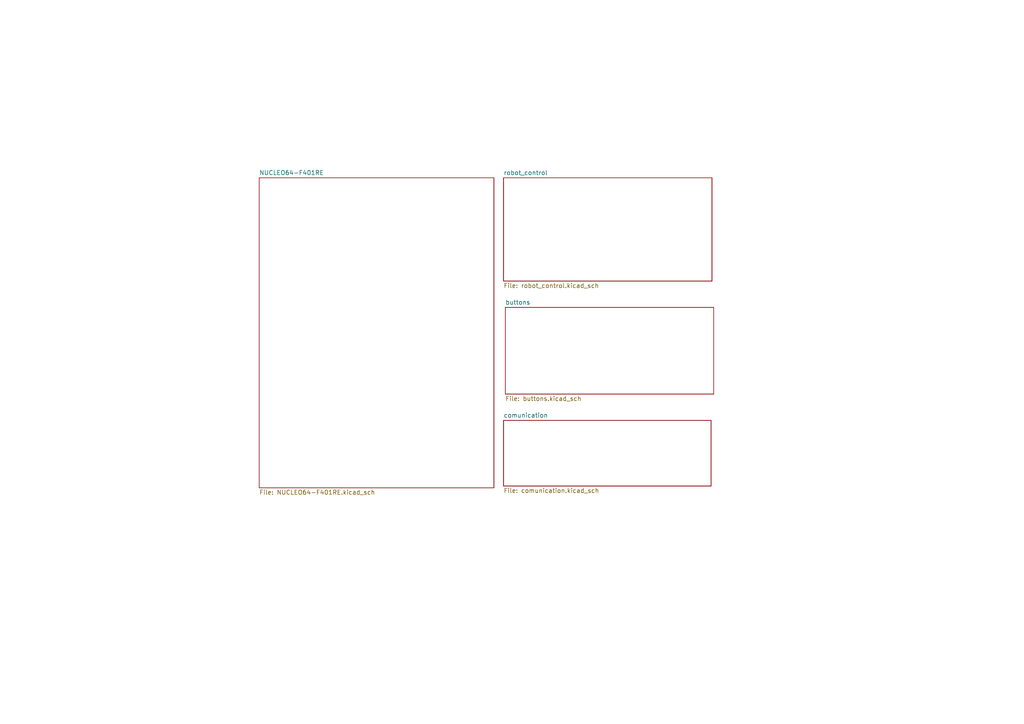
<source format=kicad_sch>
(kicad_sch
	(version 20231120)
	(generator "eeschema")
	(generator_version "8.0")
	(uuid "ae163cdc-3ade-4dd8-b919-22cb2fe1fc0d")
	(paper "A4")
	(lib_symbols)
	(sheet
		(at 146.558 89.154)
		(size 60.452 25.146)
		(fields_autoplaced yes)
		(stroke
			(width 0.1524)
			(type solid)
		)
		(fill
			(color 0 0 0 0.0000)
		)
		(uuid "058aa0b4-fac2-445c-ac7e-43d3e4df4375")
		(property "Sheetname" "buttons"
			(at 146.558 88.4424 0)
			(effects
				(font
					(size 1.27 1.27)
				)
				(justify left bottom)
			)
		)
		(property "Sheetfile" "buttons.kicad_sch"
			(at 146.558 114.8846 0)
			(effects
				(font
					(size 1.27 1.27)
				)
				(justify left top)
			)
		)
		(instances
			(project "PCB_robot_controller"
				(path "/ae163cdc-3ade-4dd8-b919-22cb2fe1fc0d"
					(page "5")
				)
			)
		)
	)
	(sheet
		(at 75.184 51.562)
		(size 68.072 89.916)
		(fields_autoplaced yes)
		(stroke
			(width 0.1524)
			(type solid)
		)
		(fill
			(color 0 0 0 0.0000)
		)
		(uuid "7f66a8ed-4951-4fbd-b642-27ea41431903")
		(property "Sheetname" "NUCLEO64-F401RE"
			(at 75.184 50.8504 0)
			(effects
				(font
					(size 1.27 1.27)
				)
				(justify left bottom)
			)
		)
		(property "Sheetfile" "NUCLEO64-F401RE.kicad_sch"
			(at 75.184 142.0626 0)
			(effects
				(font
					(size 1.27 1.27)
				)
				(justify left top)
			)
		)
		(instances
			(project "PCB_robot_controller"
				(path "/ae163cdc-3ade-4dd8-b919-22cb2fe1fc0d"
					(page "2")
				)
			)
		)
	)
	(sheet
		(at 146.05 121.92)
		(size 60.198 19.05)
		(fields_autoplaced yes)
		(stroke
			(width 0.1524)
			(type solid)
		)
		(fill
			(color 0 0 0 0.0000)
		)
		(uuid "9a6e3f2b-0977-4798-bcf3-af97e02f49f7")
		(property "Sheetname" "comunication"
			(at 146.05 121.2084 0)
			(effects
				(font
					(size 1.27 1.27)
				)
				(justify left bottom)
			)
		)
		(property "Sheetfile" "comunication.kicad_sch"
			(at 146.05 141.5546 0)
			(effects
				(font
					(size 1.27 1.27)
				)
				(justify left top)
			)
		)
		(instances
			(project "PCB_robot_controller"
				(path "/ae163cdc-3ade-4dd8-b919-22cb2fe1fc0d"
					(page "4")
				)
			)
		)
	)
	(sheet
		(at 146.05 51.562)
		(size 60.452 29.972)
		(fields_autoplaced yes)
		(stroke
			(width 0.1524)
			(type solid)
		)
		(fill
			(color 0 0 0 0.0000)
		)
		(uuid "f3ed1ab5-e511-4e05-aa5e-0d6a4c8f7d92")
		(property "Sheetname" "robot_control"
			(at 146.05 50.8504 0)
			(effects
				(font
					(size 1.27 1.27)
				)
				(justify left bottom)
			)
		)
		(property "Sheetfile" "robot_control.kicad_sch"
			(at 146.05 82.1186 0)
			(effects
				(font
					(size 1.27 1.27)
				)
				(justify left top)
			)
		)
		(instances
			(project "PCB_robot_controller"
				(path "/ae163cdc-3ade-4dd8-b919-22cb2fe1fc0d"
					(page "3")
				)
			)
		)
	)
	(sheet_instances
		(path "/"
			(page "1")
		)
	)
)

</source>
